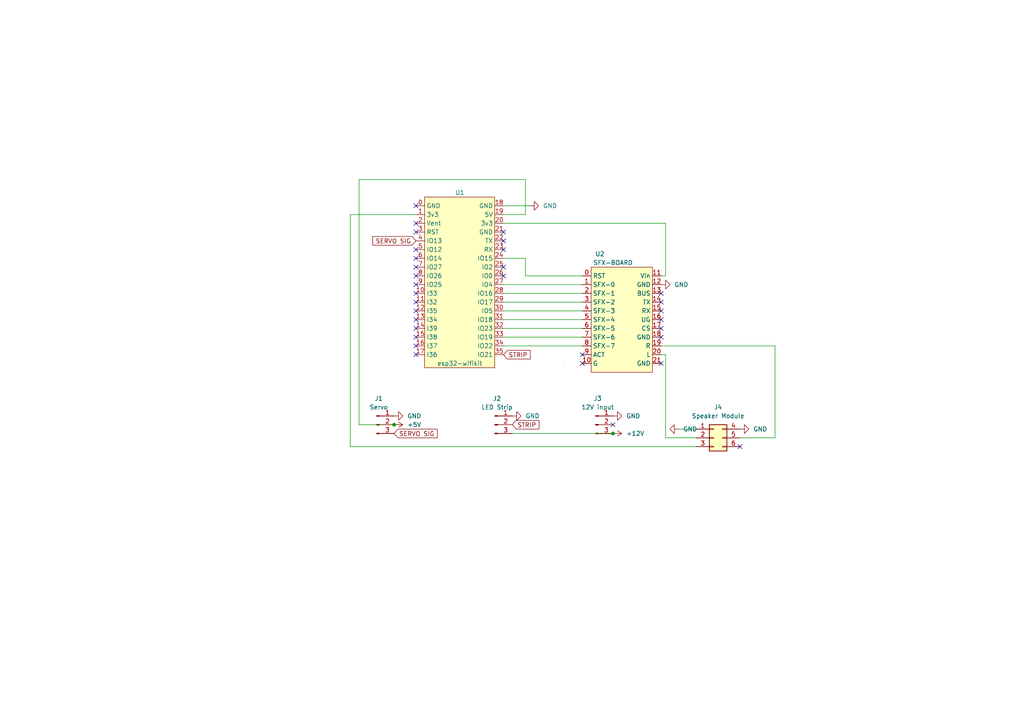
<source format=kicad_sch>
(kicad_sch (version 20211123) (generator eeschema)
  (paper "A4")
  (title_block (title "LED SFX Controller") (date "2025-02-28") (rev "1") (company "Hold board at top, connectors at bottom") (comment 1 "Board orientation:") (comment 2 "NewESPNeo.ino"))
  (lib_symbols
    (symbol "Connector:Conn_01x03_Male" (pin_names (offset 1.016) hide)
      (property "Reference" "J" (at 0 5.08 0))
      (property "Value" "Conn_01x03_Male" (at 0 -5.08 0))
      (symbol "Conn_01x03_Male_1_1"
        (polyline (pts (xy 1.27 -2.54) (xy 0.8636 -2.54)) (stroke (width 0.1524)))
        (polyline (pts (xy 1.27 0) (xy 0.8636 0)) (stroke (width 0.1524)))
        (polyline (pts (xy 1.27 2.54) (xy 0.8636 2.54)) (stroke (width 0.1524)))
        (rectangle (start 0.8636 -2.413) (end 0 -2.667) (stroke (width 0.1524)) (fill (type outline)))
        (rectangle (start 0.8636 0.127) (end 0 -0.127) (stroke (width 0.1524)) (fill (type outline)))
        (rectangle (start 0.8636 2.667) (end 0 2.413) (stroke (width 0.1524)) (fill (type outline)))
        (pin passive line (at 5.08 2.54 180) (length 3.81) (name "Pin_1") (number "1"))
        (pin passive line (at 5.08 0 180) (length 3.81) (name "Pin_2") (number "2"))
        (pin passive line (at 5.08 -2.54 180) (length 3.81) (name "Pin_3") (number "3"))
      )
    )
    (symbol "Connector_Generic:Conn_02x03_Top_Bottom" (pin_names (offset 1.016) hide)
      (property "Reference" "J" (at 1.27 5.08 0))
      (property "Value" "Conn_02x03_Top_Bottom" (at 1.27 -5.08 0))
      (symbol "Conn_02x03_Top_Bottom_1_1"
        (rectangle (start -1.27 -2.413) (end 0 -2.667) (stroke (width 0.1524)))
        (rectangle (start -1.27 0.127) (end 0 -0.127) (stroke (width 0.1524)))
        (rectangle (start -1.27 2.667) (end 0 2.413) (stroke (width 0.1524)))
        (rectangle (start -1.27 3.81) (end 3.81 -3.81) (stroke (width 0.254)) (fill (type background)))
        (rectangle (start 3.81 -2.413) (end 2.54 -2.667) (stroke (width 0.1524)))
        (rectangle (start 3.81 0.127) (end 2.54 -0.127) (stroke (width 0.1524)))
        (rectangle (start 3.81 2.667) (end 2.54 2.413) (stroke (width 0.1524)))
        (pin passive line (at -5.08 2.54 0) (length 3.81) (name "Pin_1") (number "1"))
        (pin passive line (at -5.08 0 0) (length 3.81) (name "Pin_2") (number "2"))
        (pin passive line (at -5.08 -2.54 0) (length 3.81) (name "Pin_3") (number "3"))
        (pin passive line (at 7.62 2.54 180) (length 3.81) (name "Pin_4") (number "4"))
        (pin passive line (at 7.62 0 180) (length 3.81) (name "Pin_5") (number "5"))
        (pin passive line (at 7.62 -2.54 180) (length 3.81) (name "Pin_6") (number "6"))
      )
    )
    (symbol "power:+12V" (power) (pin_names (offset 0))
      (property "Value" "+12V" (at 0 3.556 0))
      (symbol "+12V_0_1"
        (polyline (pts (xy -0.762 1.27) (xy 0 2.54)))
        (polyline (pts (xy 0 0) (xy 0 2.54)))
        (polyline (pts (xy 0 2.54) (xy 0.762 1.27)))
      )
      (symbol "+12V_1_1"
        (pin power_in line (at 0 0 90) (length 0) hide (name "+12V") (number "1"))
      )
    )
    (symbol "power:+5V" (power) (pin_names (offset 0))
      (property "Value" "+5V" (at 0 3.556 0))
      (symbol "+5V_0_1"
        (polyline (pts (xy -0.762 1.27) (xy 0 2.54)))
        (polyline (pts (xy 0 0) (xy 0 2.54)))
        (polyline (pts (xy 0 2.54) (xy 0.762 1.27)))
      )
      (symbol "+5V_1_1"
        (pin power_in line (at 0 0 90) (length 0) hide (name "+5V") (number "1"))
      )
    )
    (symbol "power:GND" (power) (pin_names (offset 0))
      (property "Value" "GND" (at 0 -3.81 0))
      (symbol "GND_0_1"
        (polyline (pts (xy 0 0) (xy 0 -1.27) (xy 1.27 -1.27) (xy 0 -2.54) (xy -1.27 -1.27) (xy 0 -1.27)))
      )
      (symbol "GND_1_1"
        (pin power_in line (at 0 0 270) (length 0) hide (name "GND") (number "1"))
      )
    )
    (symbol "virtuon:SFX-BOARD"
      (property "Reference" "U" (at 0 15.24 0))
      (property "Value" "SFX-BOARD" (at 0 -19.05 0))
      (symbol "SFX-BOARD_0_1"
        (rectangle (start -16.51 -13.97) (end -16.51 -13.97))
        (rectangle (start 8.89 13.97) (end -8.89 -16.51) (fill (type background)))
      )
      (symbol "SFX-BOARD_1_1"
        (pin input line (at -11.43 11.43 0) (length 2.54) (name "RST") (number "0"))
        (pin input line (at -11.43 8.89 0) (length 2.54) (name "SFX-0") (number "1"))
        (pin input line (at -11.43 -13.97 0) (length 2.54) (name "G") (number "10"))
        (pin input line (at 11.43 11.43 180) (length 2.54) (name "Vin") (number "11"))
        (pin input line (at 11.43 8.89 180) (length 2.54) (name "GND") (number "12"))
        (pin input line (at 11.43 6.35 180) (length 2.54) (name "BUS") (number "13"))
        (pin input line (at 11.43 3.81 180) (length 2.54) (name "TX") (number "14"))
        (pin input line (at 11.43 1.27 180) (length 2.54) (name "RX") (number "15"))
        (pin input line (at 11.43 -1.27 180) (length 2.54) (name "UG") (number "16"))
        (pin input line (at 11.43 -3.81 180) (length 2.54) (name "CS") (number "17"))
        (pin input line (at 11.43 -6.35 180) (length 2.54) (name "GND") (number "18"))
        (pin input line (at 11.43 -8.89 180) (length 2.54) (name "R") (number "19"))
        (pin input line (at -11.43 6.35 0) (length 2.54) (name "SFX-1") (number "2"))
        (pin input line (at 11.43 -11.43 180) (length 2.54) (name "L") (number "20"))
        (pin input line (at 11.43 -13.97 180) (length 2.54) (name "GND") (number "21"))
        (pin input line (at -11.43 3.81 0) (length 2.54) (name "SFX-2") (number "3"))
        (pin input line (at -11.43 1.27 0) (length 2.54) (name "SFX-3") (number "4"))
        (pin input line (at -11.43 -1.27 0) (length 2.54) (name "SFX-4") (number "5"))
        (pin input line (at -11.43 -3.81 0) (length 2.54) (name "SFX-5") (number "6"))
        (pin input line (at -11.43 -6.35 0) (length 2.54) (name "SFX-6") (number "7"))
        (pin input line (at -11.43 -8.89 0) (length 2.54) (name "SFX-7") (number "8"))
        (pin input line (at -11.43 -11.43 0) (length 2.54) (name "ACT") (number "9"))
      )
    )
    (symbol "virtuon:esp32-wifikit"
      (property "Reference" "U" (at 0 22.86 0))
      (property "Value" "esp32-wifikit" (at 0 -27.94 0))
      (symbol "esp32-wifikit_0_1"
        (rectangle (start -10.16 -27.94) (end -10.16 -27.94))
        (rectangle (start -10.16 20.32) (end 10.16 -29.21) (fill (type background)))
      )
      (symbol "esp32-wifikit_1_1"
        (pin input line (at -12.7 17.78 0) (length 2.54) (name "GND") (number "0"))
        (pin input line (at -12.7 15.24 0) (length 2.54) (name "3v3") (number "1"))
        (pin input line (at -12.7 -7.62 0) (length 2.54) (name "I33") (number "10"))
        (pin input line (at -12.7 -10.16 0) (length 2.54) (name "I32") (number "11"))
        (pin input line (at -12.7 -12.7 0) (length 2.54) (name "I35") (number "12"))
        (pin input line (at -12.7 -15.24 0) (length 2.54) (name "I34") (number "13"))
        (pin input line (at -12.7 -17.78 0) (length 2.54) (name "I39") (number "14"))
        (pin input line (at -12.7 -20.32 0) (length 2.54) (name "I38") (number "15"))
        (pin input line (at -12.7 -22.86 0) (length 2.54) (name "I37") (number "16"))
        (pin input line (at -12.7 -25.4 0) (length 2.54) (name "I36") (number "17"))
        (pin input line (at 12.7 17.78 180) (length 2.54) (name "GND") (number "18"))
        (pin input line (at 12.7 15.24 180) (length 2.54) (name "5V") (number "19"))
        (pin input line (at -12.7 12.7 0) (length 2.54) (name "Vent") (number "2"))
        (pin input line (at 12.7 12.7 180) (length 2.54) (name "3v3") (number "20"))
        (pin input line (at 12.7 10.16 180) (length 2.54) (name "GND") (number "21"))
        (pin input line (at 12.7 7.62 180) (length 2.54) (name "TX") (number "22"))
        (pin input line (at 12.7 5.08 180) (length 2.54) (name "RX") (number "23"))
        (pin input line (at 12.7 2.54 180) (length 2.54) (name "IO15") (number "24"))
        (pin input line (at 12.7 0 180) (length 2.54) (name "IO2") (number "25"))
        (pin input line (at 12.7 -2.54 180) (length 2.54) (name "IO0") (number "26"))
        (pin input line (at 12.7 -5.08 180) (length 2.54) (name "IO4") (number "27"))
        (pin input line (at 12.7 -7.62 180) (length 2.54) (name "IO16") (number "28"))
        (pin input line (at 12.7 -10.16 180) (length 2.54) (name "IO17") (number "29"))
        (pin input line (at -12.7 10.16 0) (length 2.54) (name "RST") (number "3"))
        (pin input line (at 12.7 -12.7 180) (length 2.54) (name "IO5") (number "30"))
        (pin input line (at 12.7 -15.24 180) (length 2.54) (name "IO18") (number "31"))
        (pin input line (at 12.7 -17.78 180) (length 2.54) (name "IO23") (number "32"))
        (pin input line (at 12.7 -20.32 180) (length 2.54) (name "IO19") (number "33"))
        (pin input line (at 12.7 -22.86 180) (length 2.54) (name "IO22") (number "34"))
        (pin input line (at 12.7 -25.4 180) (length 2.54) (name "IO21") (number "35"))
        (pin input line (at -12.7 7.62 0) (length 2.54) (name "IO13") (number "4"))
        (pin input line (at -12.7 5.08 0) (length 2.54) (name "IO12") (number "5"))
        (pin input line (at -12.7 2.54 0) (length 2.54) (name "IO14") (number "6"))
        (pin input line (at -12.7 0 0) (length 2.54) (name "IO27") (number "7"))
        (pin input line (at -12.7 -2.54 0) (length 2.54) (name "IO26") (number "8"))
        (pin input line (at -12.7 -5.08 0) (length 2.54) (name "IO25") (number "9"))
      )
    )
  )
  (junction (at 114.3 123.19))
  (junction (at 177.8 125.73))
  (no_connect (at 191.77 105.41))
  (no_connect (at 191.77 92.71))
  (no_connect (at 191.77 90.17))
  (no_connect (at 191.77 85.09))
  (no_connect (at 191.77 87.63))
  (no_connect (at 191.77 95.25))
  (no_connect (at 120.65 102.87))
  (no_connect (at 120.65 64.77))
  (no_connect (at 120.65 72.39))
  (no_connect (at 120.65 67.31))
  (no_connect (at 120.65 59.69))
  (no_connect (at 146.05 80.01))
  (no_connect (at 146.05 72.39))
  (no_connect (at 146.05 69.85))
  (no_connect (at 146.05 77.47))
  (no_connect (at 146.05 67.31))
  (no_connect (at 120.65 95.25))
  (no_connect (at 120.65 92.71))
  (no_connect (at 120.65 100.33))
  (no_connect (at 120.65 97.79))
  (no_connect (at 120.65 87.63))
  (no_connect (at 120.65 85.09))
  (no_connect (at 120.65 80.01))
  (no_connect (at 120.65 74.93))
  (no_connect (at 120.65 77.47))
  (no_connect (at 120.65 82.55))
  (no_connect (at 120.65 90.17))
  (no_connect (at 214.63 129.54))
  (no_connect (at 168.91 102.87))
  (no_connect (at 168.91 105.41))
  (no_connect (at 191.77 97.79))
  (no_connect (at 177.8 123.19))
  (wire (pts (xy 146.05 87.63) (xy 168.91 87.63)))
  (wire (pts (xy 146.05 62.23) (xy 152.4 62.23)))
  (wire (pts (xy 146.05 74.93) (xy 152.4 74.93)))
  (wire (pts (xy 152.4 52.07) (xy 104.14 52.07)))
  (wire (pts (xy 193.04 127) (xy 201.93 127)))
  (wire (pts (xy 148.59 125.73) (xy 177.8 125.73)))
  (wire (pts (xy 193.04 80.01) (xy 191.77 80.01)))
  (wire (pts (xy 146.05 64.77) (xy 193.04 64.77)))
  (wire (pts (xy 104.14 123.19) (xy 114.3 123.19)))
  (wire (pts (xy 191.77 102.87) (xy 193.04 102.87)))
  (wire (pts (xy 193.04 64.77) (xy 193.04 80.01)))
  (wire (pts (xy 101.6 62.23) (xy 120.65 62.23)))
  (wire (pts (xy 101.6 129.54) (xy 201.93 129.54)))
  (wire (pts (xy 146.05 97.79) (xy 168.91 97.79)))
  (wire (pts (xy 146.05 90.17) (xy 168.91 90.17)))
  (wire (pts (xy 146.05 82.55) (xy 168.91 82.55)))
  (wire (pts (xy 193.04 102.87) (xy 193.04 127)))
  (wire (pts (xy 224.79 127) (xy 214.63 127)))
  (wire (pts (xy 196.85 124.46) (xy 201.93 124.46)))
  (wire (pts (xy 224.79 100.33) (xy 224.79 127)))
  (wire (pts (xy 146.05 92.71) (xy 168.91 92.71)))
  (wire (pts (xy 146.05 100.33) (xy 168.91 100.33)))
  (wire (pts (xy 101.6 129.54) (xy 101.6 62.23)))
  (wire (pts (xy 191.77 100.33) (xy 224.79 100.33)))
  (wire (pts (xy 152.4 62.23) (xy 152.4 52.07)))
  (wire (pts (xy 146.05 85.09) (xy 168.91 85.09)))
  (wire (pts (xy 152.4 74.93) (xy 152.4 80.01)))
  (wire (pts (xy 146.05 95.25) (xy 168.91 95.25)))
  (wire (pts (xy 152.4 80.01) (xy 168.91 80.01)))
  (wire (pts (xy 104.14 52.07) (xy 104.14 123.19)))
  (wire (pts (xy 146.05 59.69) (xy 153.67 59.69)))
  (global_label "SERVO SIG" (shape input) (at 114.3 125.73 0) (property "Intersheet References" "${INTERSHEET_REFS}" (effects hide)))
  (global_label "STRIP" (shape input) (at 146.05 102.87 0) (property "Intersheet References" "${INTERSHEET_REFS}" (effects hide)))
  (global_label "STRIP" (shape input) (at 148.59 123.19 0) (property "Intersheet References" "${INTERSHEET_REFS}" (effects hide)))
  (global_label "SERVO SIG" (shape input) (at 120.65 69.85 180) (property "Intersheet References" "${INTERSHEET_REFS}" (effects hide)))
  (symbol (lib_id "Connector:Conn_01x03_Male") (at 109.22 123.19 0) (unit 1)
    (property "Reference" "J1" (at 109.855 115.57 0))
    (property "Value" "Servo" (at 109.855 118.11 0))
  )
  (symbol (lib_id "power:GND") (at 177.8 120.65 90) (unit 1)
    (property "Reference" "#PWR05" (effects hide))
    (property "Value" "GND" (at 181.61 120.6499 90) (effects (justify right)))
  )
  (symbol (lib_id "power:GND") (at 114.3 120.65 90) (unit 1)
    (property "Reference" "#PWR03" (effects hide))
    (property "Value" "GND" (at 118.11 120.6499 90) (effects (justify right)))
  )
  (symbol (lib_id "Connector_Generic:Conn_02x03_Top_Bottom") (at 207.01 127 0) (unit 1)
    (property "Reference" "J4" (at 208.28 118.11 0))
    (property "Value" "Speaker Module" (at 208.28 120.65 0))
  )
  (symbol (lib_id "power:GND") (at 153.67 59.69 90) (unit 1)
    (property "Reference" "#PWR01" (effects hide))
    (property "Value" "GND" (at 157.48 59.6899 90) (effects (justify right)))
  )
  (symbol (lib_id "power:GND") (at 191.77 82.55 90) (unit 1)
    (property "Reference" "#PWR02" (effects hide))
    (property "Value" "GND" (at 195.58 82.5499 90) (effects (justify right)))
  )
  (symbol (lib_id "power:GND") (at 148.59 120.65 90) (unit 1)
    (property "Reference" "#PWR04" (effects hide))
    (property "Value" "GND" (at 152.4 120.6499 90) (effects (justify right)))
  )
  (symbol (lib_id "power:+12V") (at 177.8 125.73 270) (unit 1)
    (property "Reference" "#PWR09" (effects hide))
    (property "Value" "+12V" (at 181.61 125.7299 90) (effects (justify left)))
  )
  (symbol (lib_id "power:GND") (at 214.63 124.46 90) (unit 1)
    (property "Reference" "#PWR07" (effects hide))
    (property "Value" "GND" (at 218.44 124.4599 90) (effects (justify right)))
  )
  (symbol (lib_id "power:GND") (at 196.85 124.46 270) (unit 1)
    (property "Reference" "#PWR06" (effects hide))
    (property "Value" "GND" (at 198.12 124.4599 90) (effects (justify left)))
  )
  (symbol (lib_id "power:+5V") (at 114.3 123.19 270) (unit 1)
    (property "Reference" "#PWR08" (effects hide))
    (property "Value" "+5V" (at 118.11 123.1899 90) (effects (justify left)))
  )
  (symbol (lib_id "Connector:Conn_01x03_Male") (at 143.51 123.19 0) (unit 1)
    (property "Reference" "J2" (at 144.145 115.57 0))
    (property "Value" "LED Strip" (at 144.145 118.11 0))
  )
  (symbol (lib_id "virtuon:SFX-BOARD") (at 180.34 91.44 0) (unit 1)
    (property "Reference" "U2" (at 173.99 73.66 0))
    (property "Value" "SFX-BOARD" (at 177.8 76.2 0))
  )
  (symbol (lib_id "Connector:Conn_01x03_Male") (at 172.72 123.19 0) (unit 1)
    (property "Reference" "J3" (at 173.355 115.57 0))
    (property "Value" "12V input" (at 173.355 118.11 0))
  )
  (symbol (lib_id "virtuon:esp32-wifikit") (at 133.35 77.47 0) (unit 1)
    (property "Reference" "U1" (at 133.35 55.88 0))
    (property "Value" "esp32-wifikit" (at 133.35 105.41 0))
  )
)
</source>
